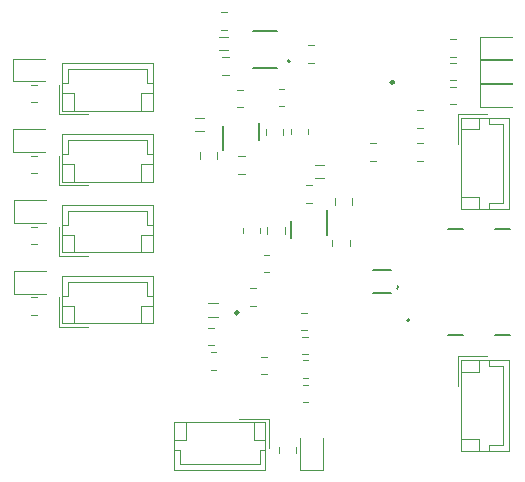
<source format=gbr>
%TF.GenerationSoftware,KiCad,Pcbnew,8.0.8*%
%TF.CreationDate,2025-02-07T16:47:41-05:00*%
%TF.ProjectId,power-delivery-board,706f7765-722d-4646-956c-69766572792d,rev?*%
%TF.SameCoordinates,Original*%
%TF.FileFunction,Legend,Top*%
%TF.FilePolarity,Positive*%
%FSLAX46Y46*%
G04 Gerber Fmt 4.6, Leading zero omitted, Abs format (unit mm)*
G04 Created by KiCad (PCBNEW 8.0.8) date 2025-02-07 16:47:41*
%MOMM*%
%LPD*%
G01*
G04 APERTURE LIST*
%ADD10C,0.120000*%
%ADD11C,0.250000*%
%ADD12C,0.200000*%
%ADD13C,0.127000*%
%ADD14C,0.152400*%
G04 APERTURE END LIST*
D10*
%TO.C,CIN3*%
X77737592Y-58719082D02*
X78260098Y-58719082D01*
X77737592Y-60189082D02*
X78260098Y-60189082D01*
%TO.C,L2*%
X69462669Y-68719083D02*
X70261913Y-68719083D01*
X69462669Y-69839083D02*
X70261913Y-69839083D01*
%TO.C,J2*%
X56788845Y-56214083D02*
X56788845Y-58714083D01*
X56788845Y-58714083D02*
X59288845Y-58714083D01*
X57088845Y-54394083D02*
X57088845Y-58414083D01*
X57088845Y-56104083D02*
X57588845Y-56104083D01*
X57088845Y-56914083D02*
X58088845Y-56914083D01*
X57088845Y-58414083D02*
X64808845Y-58414083D01*
X57588845Y-54894083D02*
X64308845Y-54894083D01*
X57588845Y-56104083D02*
X57588845Y-54894083D01*
X58088845Y-56914083D02*
X58088845Y-58414083D01*
X63808845Y-56914083D02*
X63808845Y-58414083D01*
X64308845Y-54894083D02*
X64308845Y-56104083D01*
X64308845Y-56104083D02*
X64808845Y-56104083D01*
X64808845Y-54394083D02*
X57088845Y-54394083D01*
X64808845Y-56914083D02*
X63808845Y-56914083D01*
X64808845Y-58414083D02*
X64808845Y-54394083D01*
D11*
%TO.C,U5*%
X85173844Y-50006581D02*
G75*
G02*
X84923844Y-50006581I-125000J0D01*
G01*
X84923844Y-50006581D02*
G75*
G02*
X85173844Y-50006581I125000J0D01*
G01*
D10*
%TO.C,D6*%
X53013845Y-59994083D02*
X53013845Y-61914083D01*
X53013845Y-61914083D02*
X55698845Y-61914083D01*
X55698845Y-59994083D02*
X53013845Y-59994083D01*
%TO.C,J7*%
X90588845Y-52694083D02*
X90588845Y-55194083D01*
X90888845Y-52994083D02*
X90888845Y-60714083D01*
X90888845Y-60714083D02*
X94908845Y-60714083D01*
X92388845Y-52994083D02*
X92388845Y-53994084D01*
X92388845Y-53994084D02*
X90888845Y-53994083D01*
X92388845Y-59714082D02*
X90888845Y-59714083D01*
X92388845Y-60714083D02*
X92388845Y-59714082D01*
X93088845Y-52694083D02*
X90588845Y-52694083D01*
X93198845Y-52994083D02*
X93198845Y-53494083D01*
X93198845Y-53494083D02*
X94408845Y-53494083D01*
X93198845Y-60214083D02*
X93198845Y-60714083D01*
X94408845Y-53494083D02*
X94408845Y-60214083D01*
X94408845Y-60214083D02*
X93198845Y-60214083D01*
X94908845Y-52994083D02*
X90888845Y-52994083D01*
X94908845Y-60714083D02*
X94908845Y-52994083D01*
%TO.C,COUT1*%
X71186044Y-47889083D02*
X70663538Y-47889083D01*
X71186044Y-49359083D02*
X70663538Y-49359083D01*
%TO.C,R18*%
X75463845Y-80917019D02*
X75463845Y-81371147D01*
X76933845Y-80917019D02*
X76933845Y-81371147D01*
%TO.C,CIN4*%
X77338539Y-69544083D02*
X77861043Y-69544083D01*
X77338539Y-71014083D02*
X77861043Y-71014083D01*
%TO.C,COUT2*%
X68739791Y-56460337D02*
X68739791Y-55937831D01*
X70209791Y-56460337D02*
X70209791Y-55937831D01*
%TO.C,J4*%
X56788845Y-68214083D02*
X56788845Y-70714083D01*
X56788845Y-70714083D02*
X59288845Y-70714083D01*
X57088845Y-66394083D02*
X57088845Y-70414083D01*
X57088845Y-68104083D02*
X57588845Y-68104083D01*
X57088845Y-68914083D02*
X58088845Y-68914083D01*
X57088845Y-70414083D02*
X64808845Y-70414083D01*
X57588845Y-66894083D02*
X64308845Y-66894083D01*
X57588845Y-68104083D02*
X57588845Y-66894083D01*
X58088845Y-68914083D02*
X58088845Y-70414083D01*
X63808845Y-68914083D02*
X63808845Y-70414083D01*
X64308845Y-66894083D02*
X64308845Y-68104083D01*
X64308845Y-68104083D02*
X64808845Y-68104083D01*
X64808845Y-66394083D02*
X57088845Y-66394083D01*
X64808845Y-68914083D02*
X63808845Y-68914083D01*
X64808845Y-70414083D02*
X64808845Y-66394083D01*
%TO.C,D4*%
X52951345Y-47994083D02*
X52951345Y-49914083D01*
X52951345Y-49914083D02*
X55636345Y-49914083D01*
X55636345Y-47994083D02*
X52951345Y-47994083D01*
%TO.C,R4*%
X83625908Y-55171581D02*
X83171780Y-55171581D01*
X83625908Y-56641581D02*
X83171780Y-56641581D01*
%TO.C,R16*%
X54471781Y-62219083D02*
X54925909Y-62219083D01*
X54471781Y-63689083D02*
X54925909Y-63689083D01*
%TO.C,C3*%
X73938539Y-73244083D02*
X74461043Y-73244083D01*
X73938539Y-74714083D02*
X74461043Y-74714083D01*
%TO.C,D1*%
X92513846Y-48144083D02*
X92513846Y-50064083D01*
X92513846Y-50064083D02*
X95198845Y-50064083D01*
X95198845Y-48144083D02*
X92513846Y-48144083D01*
%TO.C,R7*%
X54471781Y-50219083D02*
X54925909Y-50219083D01*
X54471781Y-51689083D02*
X54925909Y-51689083D01*
%TO.C,L1*%
X71136913Y-46164083D02*
X70337669Y-46164083D01*
X71136913Y-47284083D02*
X70337669Y-47284083D01*
%TO.C,C2*%
X77388539Y-71544083D02*
X77911043Y-71544083D01*
X77388539Y-73014083D02*
X77911043Y-73014083D01*
%TO.C,R5*%
X87171780Y-55171582D02*
X87625908Y-55171582D01*
X87171780Y-56641582D02*
X87625908Y-56641582D01*
%TO.C,R3*%
X71014355Y-44089083D02*
X70560227Y-44089083D01*
X71014355Y-45559083D02*
X70560227Y-45559083D01*
%TO.C,J5*%
X66588845Y-78794083D02*
X66588845Y-82814083D01*
X66588845Y-80294083D02*
X67588846Y-80294083D01*
X66588845Y-82814083D02*
X74308845Y-82814083D01*
X67088845Y-81104083D02*
X66588845Y-81104083D01*
X67088845Y-82314083D02*
X67088845Y-81104083D01*
X67588846Y-80294083D02*
X67588845Y-78794083D01*
X73308844Y-80294083D02*
X73308845Y-78794083D01*
X73808845Y-81104083D02*
X73808845Y-82314083D01*
X73808845Y-82314083D02*
X67088845Y-82314083D01*
X74308845Y-78794083D02*
X66588845Y-78794083D01*
X74308845Y-80294083D02*
X73308844Y-80294083D01*
X74308845Y-81104083D02*
X73808845Y-81104083D01*
X74308845Y-82814083D02*
X74308845Y-78794083D01*
X74608845Y-78494083D02*
X72108845Y-78494083D01*
X74608845Y-80994083D02*
X74608845Y-78494083D01*
D12*
%TO.C,P1*%
X89748844Y-62436581D02*
X90998844Y-62436581D01*
X89748844Y-71376581D02*
X90998844Y-71376581D01*
X93718844Y-71376581D02*
X94998844Y-71376581D01*
X94998844Y-62436581D02*
X93718844Y-62436581D01*
X86498844Y-70156581D02*
G75*
G02*
X86298844Y-70156581I-100000J0D01*
G01*
X86298844Y-70156581D02*
G75*
G02*
X86498844Y-70156581I100000J0D01*
G01*
D10*
%TO.C,R15*%
X54471781Y-56219083D02*
X54925909Y-56219083D01*
X54471781Y-57689083D02*
X54925909Y-57689083D01*
%TO.C,C6*%
X69960097Y-70769083D02*
X69437593Y-70769083D01*
X69960097Y-72239083D02*
X69437593Y-72239083D01*
%TO.C,COUT3*%
X80163842Y-59842830D02*
X80163842Y-60365336D01*
X81633842Y-59842830D02*
X81633842Y-60365336D01*
%TO.C,D5*%
X52951345Y-53994083D02*
X52951345Y-55914083D01*
X52951345Y-55914083D02*
X55636345Y-55914083D01*
X55636345Y-53994083D02*
X52951345Y-53994083D01*
%TO.C,C4*%
X72436044Y-50664084D02*
X71913538Y-50664084D01*
X72436044Y-52134084D02*
X71913538Y-52134084D01*
%TO.C,J3*%
X56788845Y-62214083D02*
X56788845Y-64714083D01*
X56788845Y-64714083D02*
X59288845Y-64714083D01*
X57088845Y-60394083D02*
X57088845Y-64414083D01*
X57088845Y-62104083D02*
X57588845Y-62104083D01*
X57088845Y-62914083D02*
X58088845Y-62914083D01*
X57088845Y-64414083D02*
X64808845Y-64414083D01*
X57588845Y-60894083D02*
X64308845Y-60894083D01*
X57588845Y-62104083D02*
X57588845Y-60894083D01*
X58088845Y-62914083D02*
X58088845Y-64414083D01*
X63808845Y-62914083D02*
X63808845Y-64414083D01*
X64308845Y-60894083D02*
X64308845Y-62104083D01*
X64308845Y-62104083D02*
X64808845Y-62104083D01*
X64808845Y-60394083D02*
X57088845Y-60394083D01*
X64808845Y-62914083D02*
X63808845Y-62914083D01*
X64808845Y-64414083D02*
X64808845Y-60394083D01*
%TO.C,D7*%
X53013845Y-65994083D02*
X53013845Y-67914083D01*
X53013845Y-67914083D02*
X55698845Y-67914083D01*
X55698845Y-65994083D02*
X53013845Y-65994083D01*
%TO.C,CIN2*%
X72536043Y-56264084D02*
X72013537Y-56264084D01*
X72536043Y-57734084D02*
X72013537Y-57734084D01*
D11*
%TO.C,U4*%
X71999791Y-69524083D02*
G75*
G02*
X71749791Y-69524083I-125000J0D01*
G01*
X71749791Y-69524083D02*
G75*
G02*
X71999791Y-69524083I125000J0D01*
G01*
D10*
%TO.C,D2*%
X92513846Y-50144083D02*
X92513846Y-52064083D01*
X92513846Y-52064083D02*
X95198845Y-52064083D01*
X95198845Y-50144083D02*
X92513846Y-50144083D01*
%TO.C,J1*%
X56788845Y-50214083D02*
X56788845Y-52714083D01*
X56788845Y-52714083D02*
X59288845Y-52714083D01*
X57088845Y-48394083D02*
X57088845Y-52414083D01*
X57088845Y-50104083D02*
X57588845Y-50104083D01*
X57088845Y-50914083D02*
X58088845Y-50914083D01*
X57088845Y-52414083D02*
X64808845Y-52414083D01*
X57588845Y-48894083D02*
X64308845Y-48894083D01*
X57588845Y-50104083D02*
X57588845Y-48894083D01*
X58088845Y-50914083D02*
X58088845Y-52414083D01*
X63808845Y-50914083D02*
X63808845Y-52414083D01*
X64308845Y-48894083D02*
X64308845Y-50104083D01*
X64308845Y-50104083D02*
X64808845Y-50104083D01*
X64808845Y-48394083D02*
X57088845Y-48394083D01*
X64808845Y-50914083D02*
X63808845Y-50914083D01*
X64808845Y-52414083D02*
X64808845Y-48394083D01*
%TO.C,R11*%
X76439790Y-53959521D02*
X76439790Y-54413649D01*
X77909790Y-53959521D02*
X77909790Y-54413649D01*
%TO.C,J6*%
X90588845Y-73194083D02*
X90588845Y-75694083D01*
X90888845Y-73494083D02*
X90888845Y-81214083D01*
X90888845Y-81214083D02*
X94908845Y-81214083D01*
X92388845Y-73494083D02*
X92388845Y-74494084D01*
X92388845Y-74494084D02*
X90888845Y-74494083D01*
X92388845Y-80214082D02*
X90888845Y-80214083D01*
X92388845Y-81214083D02*
X92388845Y-80214082D01*
X93088845Y-73194083D02*
X90588845Y-73194083D01*
X93198845Y-73494083D02*
X93198845Y-73994083D01*
X93198845Y-73994083D02*
X94408845Y-73994083D01*
X93198845Y-80714083D02*
X93198845Y-81214083D01*
X94408845Y-73994083D02*
X94408845Y-80714083D01*
X94408845Y-80714083D02*
X93198845Y-80714083D01*
X94908845Y-73494083D02*
X90888845Y-73494083D01*
X94908845Y-81214083D02*
X94908845Y-73494083D01*
%TO.C,C5*%
X79963845Y-63342830D02*
X79963845Y-63865336D01*
X81433845Y-63342830D02*
X81433845Y-63865336D01*
%TO.C,C7*%
X73536044Y-67439083D02*
X73013538Y-67439083D01*
X73536044Y-68909083D02*
X73013538Y-68909083D01*
%TO.C,R13*%
X72363844Y-62781147D02*
X72363844Y-62327019D01*
X73833844Y-62781147D02*
X73833844Y-62327019D01*
%TO.C,D8*%
X77238845Y-80104083D02*
X77238845Y-82789082D01*
X77238845Y-82789082D02*
X79158845Y-82789082D01*
X79158845Y-82789082D02*
X79158845Y-80104083D01*
%TO.C,R8*%
X77926855Y-75644083D02*
X77472727Y-75644083D01*
X77926855Y-77114083D02*
X77472727Y-77114083D01*
%TO.C,R9*%
X77472727Y-73544083D02*
X77926855Y-73544083D01*
X77472727Y-75014083D02*
X77926855Y-75014083D01*
%TO.C,D3*%
X92513846Y-46144083D02*
X92513846Y-48064083D01*
X92513846Y-48064083D02*
X95198845Y-48064083D01*
X95198845Y-46144083D02*
X92513846Y-46144083D01*
D13*
%TO.C,U1*%
X75324792Y-45674084D02*
X73224790Y-45674084D01*
X75324792Y-48774084D02*
X73224790Y-48774084D01*
D12*
X76374791Y-48224084D02*
G75*
G02*
X76174791Y-48224084I-100000J0D01*
G01*
X76174791Y-48224084D02*
G75*
G02*
X76374791Y-48224084I100000J0D01*
G01*
D10*
%TO.C,C1*%
X87660097Y-52369083D02*
X87137591Y-52369083D01*
X87660097Y-53839083D02*
X87137591Y-53839083D01*
%TO.C,R12*%
X75901854Y-50564084D02*
X75447726Y-50564084D01*
X75901854Y-52034084D02*
X75447726Y-52034084D01*
%TO.C,R10*%
X70126855Y-72869083D02*
X69672727Y-72869083D01*
X70126855Y-74339083D02*
X69672727Y-74339083D01*
%TO.C,C8*%
X74339790Y-54460337D02*
X74339790Y-53937831D01*
X75809790Y-54460337D02*
X75809790Y-53937831D01*
%TO.C,L4*%
X78499223Y-56994083D02*
X79298467Y-56994083D01*
X78499223Y-58114083D02*
X79298467Y-58114083D01*
%TO.C,CIN1*%
X77887591Y-46869083D02*
X78410097Y-46869083D01*
X77887591Y-48339083D02*
X78410097Y-48339083D01*
%TO.C,R17*%
X54471781Y-68219083D02*
X54925909Y-68219083D01*
X54471781Y-69689083D02*
X54925909Y-69689083D01*
%TO.C,L3*%
X69098467Y-53044083D02*
X68299223Y-53044083D01*
X69098467Y-54164083D02*
X68299223Y-54164083D01*
D12*
%TO.C,U2*%
X70749790Y-55776683D02*
X70749790Y-53724084D01*
X73798791Y-54874084D02*
X73798791Y-53474082D01*
D14*
%TO.C,U6*%
X83409544Y-67831985D02*
X84958944Y-67831985D01*
X84958944Y-65876185D02*
X83409544Y-65876185D01*
X85469484Y-67233763D02*
G75*
G02*
X85469484Y-67474407I-40641J-120322D01*
G01*
D12*
%TO.C,U3*%
X76484840Y-61749083D02*
X76484840Y-63149085D01*
X79533841Y-60846484D02*
X79533841Y-62899083D01*
D10*
%TO.C,C9*%
X74463845Y-62292829D02*
X74463845Y-62815335D01*
X75933845Y-62292829D02*
X75933845Y-62815335D01*
%TO.C,R6*%
X90425909Y-46369083D02*
X89971781Y-46369083D01*
X90425909Y-47839083D02*
X89971781Y-47839083D01*
%TO.C,R2*%
X90425909Y-48369083D02*
X89971781Y-48369083D01*
X90425909Y-49839083D02*
X89971781Y-49839083D01*
%TO.C,R14*%
X74171779Y-64619083D02*
X74625907Y-64619083D01*
X74171779Y-66089083D02*
X74625907Y-66089083D01*
%TO.C,R1*%
X89971781Y-50369083D02*
X90425909Y-50369083D01*
X89971781Y-51839083D02*
X90425909Y-51839083D01*
%TD*%
M02*

</source>
